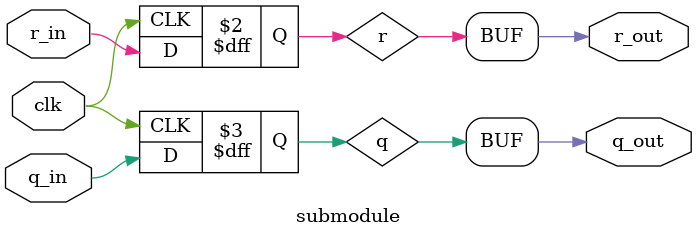
<source format=sv>
module top_module(
  input clk,
  input L,
  input q_in,
  input r_in,
  output reg Q);

  reg [2:0] r;
  reg [2:0] q;

  submodule submod1(r_in, q_in, clk, r[0], q[0]);
  submodule submod2(r_in, q_in, clk, r[1], q[1]);
  submodule submod3(r_in, q_in, clk, r[2], q[2]);

  always @(posedge clk) begin
    if (L) begin
      q <= r;
    end
    else begin
      q <= {q[1] ^ q[2], q[0], q[2]};
    end
  end

  assign Q = q[2];

endmodule
module submodule(
  input r_in,
  input q_in,
  input clk,
  output reg r_out,
  output reg q_out);

  reg r;
  reg q;

  always @(posedge clk) begin
    r <= r_in;
    q <= q_in;
  end

  assign r_out = r;
  assign q_out = q;

endmodule

</source>
